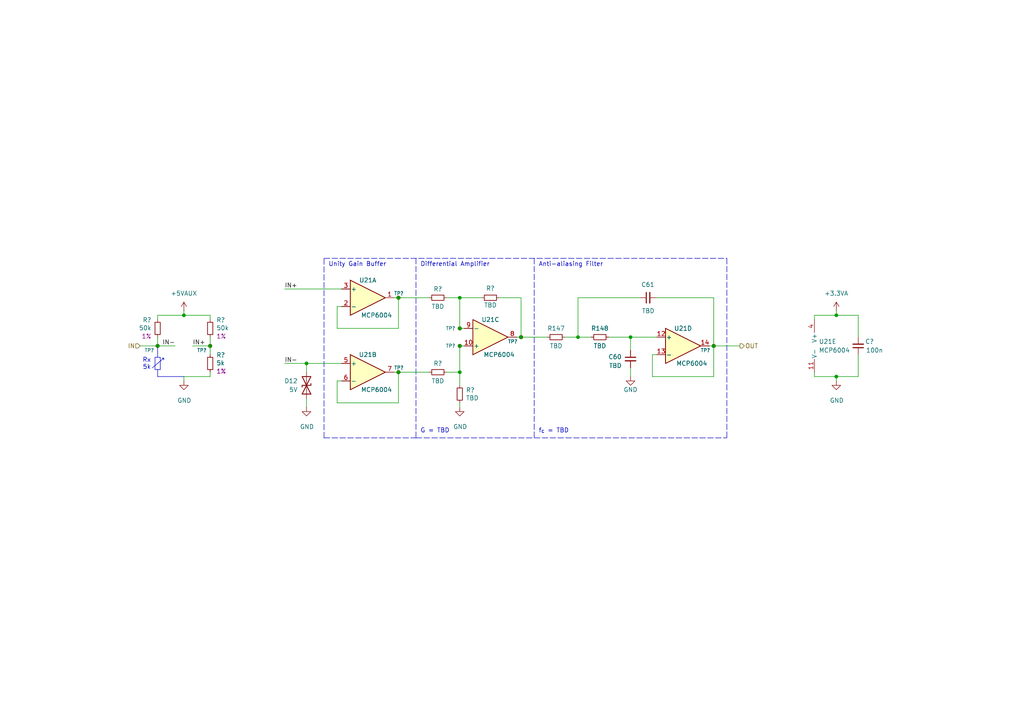
<source format=kicad_sch>
(kicad_sch (version 20230121) (generator eeschema)
  (paper "A4")
  (title_block (title "Suspension Potentiometer") (date "2023-07-01") (rev "${REVISION}") (company "Author: I. Kajdan") (comment 1 "Reviewer:"))
  (lib_symbols
    (symbol "Amplifier_Operational:MCP6004" (pin_names (offset 0.127))
      (property "Reference" "U" (at 0 5.08 0))
      (property "Value" "MCP6004" (at 0 -5.08 0))
      (symbol "MCP6004_1_1"
        (polyline (pts (xy -5.08 5.08) (xy 5.08 0) (xy -5.08 -5.08) (xy -5.08 5.08)) (stroke (width 0.254)) (fill (type background)))
        (pin output line (at 7.62 0 180) (length 2.54) (name "~") (number "1"))
        (pin input line (at -7.62 -2.54 0) (length 2.54) (name "-") (number "2"))
        (pin input line (at -7.62 2.54 0) (length 2.54) (name "+") (number "3"))
      )
      (symbol "MCP6004_2_1"
        (polyline (pts (xy -5.08 5.08) (xy 5.08 0) (xy -5.08 -5.08) (xy -5.08 5.08)) (stroke (width 0.254)) (fill (type background)))
        (pin input line (at -7.62 2.54 0) (length 2.54) (name "+") (number "5"))
        (pin input line (at -7.62 -2.54 0) (length 2.54) (name "-") (number "6"))
        (pin output line (at 7.62 0 180) (length 2.54) (name "~") (number "7"))
      )
      (symbol "MCP6004_3_1"
        (polyline (pts (xy -5.08 5.08) (xy 5.08 0) (xy -5.08 -5.08) (xy -5.08 5.08)) (stroke (width 0.254)) (fill (type background)))
        (pin input line (at -7.62 2.54 0) (length 2.54) (name "+") (number "10"))
        (pin output line (at 7.62 0 180) (length 2.54) (name "~") (number "8"))
        (pin input line (at -7.62 -2.54 0) (length 2.54) (name "-") (number "9"))
      )
      (symbol "MCP6004_4_1"
        (polyline (pts (xy -5.08 5.08) (xy 5.08 0) (xy -5.08 -5.08) (xy -5.08 5.08)) (stroke (width 0.254)) (fill (type background)))
        (pin input line (at -7.62 2.54 0) (length 2.54) (name "+") (number "12"))
        (pin input line (at -7.62 -2.54 0) (length 2.54) (name "-") (number "13"))
        (pin output line (at 7.62 0 180) (length 2.54) (name "~") (number "14"))
      )
      (symbol "MCP6004_5_1"
        (pin power_in line (at -2.54 -7.62 90) (length 3.81) (name "V-") (number "11"))
        (pin power_in line (at -2.54 7.62 270) (length 3.81) (name "V+") (number "4"))
      )
    )
    (symbol "Connector:TestPoint_Small" (pin_numbers hide) (pin_names (offset 0.762) hide)
      (property "Reference" "TP" (at 0 3.81 0))
      (property "Value" "TestPoint_Small" (at 0 2.032 0))
      (symbol "TestPoint_Small_0_1"
        (circle (center 0 0) (radius 0.508))
      )
      (symbol "TestPoint_Small_1_1"
        (pin passive line (at 0 0 90) (length 0) (name "1") (number "1"))
      )
    )
    (symbol "Device:C_Small" (pin_numbers hide) (pin_names (offset 0.254) hide)
      (property "Reference" "C" (at 0.254 1.778 0))
      (property "Value" "C_Small" (at 0.254 -2.032 0))
      (symbol "C_Small_0_1"
        (polyline (pts (xy -1.524 -0.508) (xy 1.524 -0.508)) (stroke (width 0.3302)))
        (polyline (pts (xy -1.524 0.508) (xy 1.524 0.508)) (stroke (width 0.3048)))
      )
      (symbol "C_Small_1_1"
        (pin passive line (at 0 2.54 270) (length 2.032) (name "~") (number "1"))
        (pin passive line (at 0 -2.54 90) (length 2.032) (name "~") (number "2"))
      )
    )
    (symbol "Device:D_TVS" (pin_numbers hide) (pin_names (offset 1.016) hide)
      (property "Reference" "D" (at 0 2.54 0))
      (property "Value" "D_TVS" (at 0 -2.54 0))
      (symbol "D_TVS_0_1"
        (polyline (pts (xy 1.27 0) (xy -1.27 0)))
        (polyline (pts (xy 0.508 1.27) (xy 0 1.27) (xy 0 -1.27) (xy -0.508 -1.27)) (stroke (width 0.254)))
        (polyline (pts (xy -2.54 1.27) (xy -2.54 -1.27) (xy 2.54 1.27) (xy 2.54 -1.27) (xy -2.54 1.27)) (stroke (width 0.254)))
      )
      (symbol "D_TVS_1_1"
        (pin passive line (at -3.81 0 0) (length 2.54) (name "A1") (number "1"))
        (pin passive line (at 3.81 0 180) (length 2.54) (name "A2") (number "2"))
      )
    )
    (symbol "Device:R_Small" (pin_numbers hide) (pin_names (offset 0.254) hide)
      (property "Reference" "R" (at 0.762 0.508 0))
      (property "Value" "R_Small" (at 0.762 -1.016 0))
      (symbol "R_Small_0_1"
        (rectangle (start -0.762 1.778) (end 0.762 -1.778) (stroke (width 0.2032)))
      )
      (symbol "R_Small_1_1"
        (pin passive line (at 0 2.54 270) (length 0.762) (name "~") (number "1"))
        (pin passive line (at 0 -2.54 90) (length 0.762) (name "~") (number "2"))
      )
    )
    (symbol "Power_Ports:+5VAUX" (power) (pin_names (offset 0))
      (property "Value" "+5VAUX" (at 0 3.81 0))
      (symbol "+5VAUX_0_1"
        (polyline (pts (xy -0.762 1.27) (xy 0 2.54)))
        (polyline (pts (xy 0 0) (xy 0 2.54)))
        (polyline (pts (xy 0 2.54) (xy 0.762 1.27)))
      )
      (symbol "+5VAUX_1_1"
        (pin power_in line (at 0 0 90) (length 0) hide (name "+5VAUX") (number "1"))
      )
    )
    (symbol "power:+3.3VA" (power) (pin_names (offset 0))
      (property "Value" "+3.3VA" (at 0 3.556 0))
      (symbol "+3.3VA_0_1"
        (polyline (pts (xy -0.762 1.27) (xy 0 2.54)))
        (polyline (pts (xy 0 0) (xy 0 2.54)))
        (polyline (pts (xy 0 2.54) (xy 0.762 1.27)))
      )
      (symbol "+3.3VA_1_1"
        (pin power_in line (at 0 0 90) (length 0) hide (name "+3.3VA") (number "1"))
      )
    )
    (symbol "power:GND" (power) (pin_names (offset 0))
      (property "Value" "GND" (at 0 -3.81 0))
      (symbol "GND_0_1"
        (polyline (pts (xy 0 0) (xy 0 -1.27) (xy 1.27 -1.27) (xy 0 -2.54) (xy -1.27 -1.27) (xy 0 -1.27)))
      )
      (symbol "GND_1_1"
        (pin power_in line (at 0 0 270) (length 0) hide (name "GND") (number "1"))
      )
    )
  )
  (junction (at 53.34 91.44))
  (junction (at 133.35 107.95))
  (junction (at 167.64 97.79))
  (junction (at 207.01 100.33))
  (junction (at 60.96 100.33))
  (junction (at 133.35 100.33))
  (junction (at 133.35 95.25))
  (junction (at 115.57 86.36))
  (junction (at 151.13 97.79))
  (junction (at 182.88 97.79))
  (junction (at 242.57 91.44))
  (junction (at 88.9 105.41))
  (junction (at 115.57 107.95))
  (junction (at 133.35 86.36))
  (junction (at 242.57 109.22))
  (junction (at 45.72 100.33))
  (wire (pts (xy 82.55 105.41) (xy 88.9 105.41)))
  (wire (pts (xy 133.35 100.33) (xy 133.35 107.95)))
  (wire (pts (xy 53.34 109.22) (xy 53.34 110.49)))
  (wire (pts (xy 133.35 116.84) (xy 133.35 118.11)))
  (polyline (pts (xy 46.99 103.886) (xy 47.498 103.886)))
  (wire (pts (xy 163.83 97.79) (xy 167.64 97.79)))
  (wire (pts (xy 242.57 110.49) (xy 242.57 109.22)))
  (wire (pts (xy 97.79 88.9) (xy 97.79 95.25)))
  (wire (pts (xy 88.9 105.41) (xy 88.9 107.95)))
  (wire (pts (xy 182.88 97.79) (xy 190.5 97.79)))
  (wire (pts (xy 189.23 109.22) (xy 207.01 109.22)))
  (wire (pts (xy 60.96 100.33) (xy 55.88 100.33)))
  (wire (pts (xy 133.35 86.36) (xy 139.7 86.36)))
  (polyline (pts (xy 44.958 103.632) (xy 44.958 107.188)))
  (wire (pts (xy 60.96 97.79) (xy 60.96 100.33)))
  (polyline (pts (xy 210.82 74.93) (xy 210.82 127)) (stroke (width 0) (type dash)))
  (wire (pts (xy 248.92 102.87) (xy 248.92 109.22)))
  (wire (pts (xy 60.96 91.44) (xy 60.96 92.71)))
  (wire (pts (xy 45.72 91.44) (xy 53.34 91.44)))
  (polyline (pts (xy 154.94 74.93) (xy 154.94 127)) (stroke (width 0) (type dash)))
  (wire (pts (xy 133.35 95.25) (xy 133.35 86.36)))
  (wire (pts (xy 40.64 100.33) (xy 45.72 100.33)))
  (wire (pts (xy 236.22 91.44) (xy 242.57 91.44)))
  (polyline (pts (xy 47.498 103.886) (xy 47.498 104.394)))
  (wire (pts (xy 97.79 110.49) (xy 97.79 116.84)))
  (polyline (pts (xy 45.72 107.188) (xy 45.72 109.22)))
  (wire (pts (xy 53.34 90.17) (xy 53.34 91.44)))
  (wire (pts (xy 129.54 107.95) (xy 133.35 107.95)))
  (wire (pts (xy 134.62 95.25) (xy 133.35 95.25)))
  (polyline (pts (xy 93.98 127) (xy 93.98 74.93)) (stroke (width 0) (type dash)))
  (polyline (pts (xy 93.98 127) (xy 120.65 127)) (stroke (width 0) (type dash)))
  (wire (pts (xy 242.57 90.17) (xy 242.57 91.44)))
  (wire (pts (xy 182.88 97.79) (xy 182.88 101.6)))
  (polyline (pts (xy 93.98 74.93) (xy 210.82 74.93)) (stroke (width 0) (type dash)))
  (wire (pts (xy 149.86 97.79) (xy 151.13 97.79)))
  (wire (pts (xy 134.62 100.33) (xy 133.35 100.33)))
  (wire (pts (xy 189.23 102.87) (xy 189.23 109.22)))
  (wire (pts (xy 115.57 107.95) (xy 124.46 107.95)))
  (wire (pts (xy 45.72 100.33) (xy 50.8 100.33)))
  (wire (pts (xy 242.57 109.22) (xy 248.92 109.22)))
  (wire (pts (xy 190.5 86.36) (xy 207.01 86.36)))
  (wire (pts (xy 144.78 86.36) (xy 151.13 86.36)))
  (wire (pts (xy 97.79 116.84) (xy 115.57 116.84)))
  (wire (pts (xy 176.53 97.79) (xy 182.88 97.79)))
  (wire (pts (xy 248.92 91.44) (xy 248.92 97.79)))
  (wire (pts (xy 53.34 91.44) (xy 60.96 91.44)))
  (wire (pts (xy 97.79 95.25) (xy 115.57 95.25)))
  (wire (pts (xy 167.64 97.79) (xy 171.45 97.79)))
  (wire (pts (xy 97.79 110.49) (xy 99.06 110.49)))
  (polyline (pts (xy 53.34 109.22) (xy 45.72 109.22)))
  (wire (pts (xy 207.01 86.36) (xy 207.01 100.33)))
  (wire (pts (xy 53.34 109.22) (xy 60.96 109.22)))
  (wire (pts (xy 207.01 100.33) (xy 214.63 100.33)))
  (wire (pts (xy 115.57 116.84) (xy 115.57 107.95)))
  (polyline (pts (xy 45.72 100.711) (xy 45.72 103.632)))
  (wire (pts (xy 167.64 86.36) (xy 185.42 86.36)))
  (wire (pts (xy 45.72 97.79) (xy 45.72 100.33)))
  (wire (pts (xy 60.96 107.95) (xy 60.96 109.22)))
  (wire (pts (xy 115.57 86.36) (xy 114.3 86.36)))
  (polyline (pts (xy 44.958 103.632) (xy 46.482 103.632)))
  (wire (pts (xy 207.01 100.33) (xy 205.74 100.33)))
  (wire (pts (xy 190.5 102.87) (xy 189.23 102.87)))
  (wire (pts (xy 88.9 118.11) (xy 88.9 115.57)))
  (polyline (pts (xy 46.482 103.632) (xy 46.482 107.188)))
  (wire (pts (xy 60.96 100.33) (xy 60.96 102.87)))
  (wire (pts (xy 242.57 91.44) (xy 248.92 91.44)))
  (wire (pts (xy 133.35 86.36) (xy 129.54 86.36)))
  (wire (pts (xy 236.22 92.71) (xy 236.22 91.44)))
  (wire (pts (xy 99.06 88.9) (xy 97.79 88.9)))
  (polyline (pts (xy 120.65 127) (xy 210.82 127)) (stroke (width 0) (type dash)))
  (wire (pts (xy 151.13 86.36) (xy 151.13 97.79)))
  (wire (pts (xy 151.13 97.79) (xy 158.75 97.79)))
  (wire (pts (xy 82.55 83.82) (xy 99.06 83.82)))
  (wire (pts (xy 236.22 107.95) (xy 236.22 109.22)))
  (wire (pts (xy 182.88 106.68) (xy 182.88 109.22)))
  (wire (pts (xy 45.72 91.44) (xy 45.72 92.71)))
  (wire (pts (xy 115.57 95.25) (xy 115.57 86.36)))
  (wire (pts (xy 124.46 86.36) (xy 115.57 86.36)))
  (wire (pts (xy 167.64 86.36) (xy 167.64 97.79)))
  (wire (pts (xy 115.57 107.95) (xy 114.3 107.95)))
  (polyline (pts (xy 120.65 74.93) (xy 120.65 127)) (stroke (width 0) (type dash)))
  (wire (pts (xy 88.9 105.41) (xy 99.06 105.41)))
  (wire (pts (xy 207.01 109.22) (xy 207.01 100.33)))
  (wire (pts (xy 236.22 109.22) (xy 242.57 109.22)))
  (wire (pts (xy 133.35 107.95) (xy 133.35 111.76)))
  (polyline (pts (xy 47.498 103.886) (xy 44.196 106.68)))
  (polyline (pts (xy 46.482 107.188) (xy 44.958 107.188)))
  (text "Rx\n5k" (at 43.815 107.315 0) (effects (font (size 1.27 1.27)) (justify right bottom)))
  (text "f_{c} = TBD" (at 156.21 125.73 0) (effects (font (size 1.27 1.27)) (justify left bottom)))
  (text "Differential Amplifier" (at 121.92 77.47 0) (effects (font (size 1.27 1.27)) (justify left bottom)))
  (text "Anti-aliasing Filter" (at 156.21 77.47 0) (effects (font (size 1.27 1.27)) (justify left bottom)))
  (text "Unity Gain Buffer" (at 95.25 77.47 0) (effects (font (size 1.27 1.27)) (justify left bottom)))
  (text "G = TBD" (at 121.92 125.73 0) (effects (font (size 1.27 1.27)) (justify left bottom)))
  (label "IN+" (at 82.55 83.82 0))
  (label "IN-" (at 50.8 100.33 180))
  (label "IN+" (at 55.88 100.33 0))
  (label "IN-" (at 82.55 105.41 0))
  (hierarchical_label "OUT" (shape output) (at 214.63 100.33 0))
  (hierarchical_label "IN" (shape input) (at 40.64 100.33 180))
  (symbol (lib_id "Power_Ports:+5VAUX") (at 53.34 90.17 0) (unit 1)
    (property "Reference" "#PWR042" (effects hide))
    (property "Value" "+5VAUX" (at 53.34 85.09 0))
    (instances (project "rearbox" (path "" (reference "#PWR042") (unit 1)) (path "" (reference "#PWR0183") (unit 1)) (path "" (reference "#PWR0190") (unit 1))))
  )
  (symbol (lib_id "Device:R_Small") (at 133.35 114.3 0) (unit 1)
    (property "Reference" "R?" (at 135.128 113.1316 0) (effects (justify left)))
    (property "Value" "TBD" (at 135.128 115.443 0) (effects (justify left)))
    (property "Footprint" "Resistor_SMD:R_0603_1608Metric" (effects hide))
    (instances (project "Traction_Control_System" (path "" (reference "R?") (unit 1)) (path "" (reference "R?") (unit 1)) (path "" (reference "R?") (unit 1)) (path "" (reference "R?") (unit 1)) (path "" (reference "R?") (unit 1)) (path "" (reference "R?") (unit 1))) (project "rearbox" (path "" (reference "R?") (unit 1)) (path "" (reference "R145") (unit 1)) (path "" (reference "R154") (unit 1))))
  )
  (symbol (lib_id "Connector:TestPoint_Small") (at 207.01 100.33 0) (mirror x) (unit 1)
    (property "Reference" "TP?" (at 203.2 101.6 0) (effects (font (size 1 1)) (justify left)))
    (property "Value" "TestPoint_Small" (effects hide))
    (property "Footprint" "TestPoint:TestPoint_Pad_D1.0mm" (effects hide))
    (instances (project "rearbox" (path "" (reference "TP?") (unit 1)) (path "" (reference "TP3") (unit 1)) (path "" (reference "TP1") (unit 1)) (path "" (reference "TP83") (unit 1)) (path "" (reference "TP91") (unit 1))))
  )
  (symbol (lib_id "Device:R_Small") (at 142.24 86.36 270) (unit 1)
    (property "Reference" "R?" (at 142.24 83.6422 90))
    (property "Value" "TBD" (at 142.24 88.4936 90))
    (property "Footprint" "Resistor_SMD:R_0603_1608Metric" (effects hide))
    (instances (project "Traction_Control_System" (path "" (reference "R?") (unit 1)) (path "" (reference "R?") (unit 1)) (path "" (reference "R?") (unit 1)) (path "" (reference "R?") (unit 1)) (path "" (reference "R?") (unit 1)) (path "" (reference "R?") (unit 1))) (project "rearbox" (path "" (reference "R?") (unit 1)) (path "" (reference "R146") (unit 1)) (path "" (reference "R155") (unit 1))))
  )
  (symbol (lib_id "Connector:TestPoint_Small") (at 60.96 100.33 0) (unit 1)
    (property "Reference" "TP?" (at 57.15 101.6 0) (effects (font (size 1 1)) (justify left)))
    (property "Value" "TestPoint_Small" (effects hide))
    (property "Footprint" "TestPoint:TestPoint_Pad_D1.0mm" (effects hide))
    (instances (project "rearbox" (path "" (reference "TP?") (unit 1)) (path "" (reference "TP3") (unit 1)) (path "" (reference "TP1") (unit 1)) (path "" (reference "TP77") (unit 1)) (path "" (reference "TP85") (unit 1))))
  )
  (symbol (lib_id "Connector:TestPoint_Small") (at 115.57 107.95 0) (unit 1)
    (property "Reference" "TP?" (at 114.3 106.68 0) (effects (font (size 1 1)) (justify left)))
    (property "Value" "TestPoint_Small" (effects hide))
    (property "Footprint" "TestPoint:TestPoint_Pad_D1.0mm" (effects hide))
    (instances (project "rearbox" (path "" (reference "TP?") (unit 1)) (path "" (reference "TP3") (unit 1)) (path "" (reference "TP1") (unit 1)) (path "" (reference "TP79") (unit 1)) (path "" (reference "TP87") (unit 1))))
  )
  (symbol (lib_id "power:GND") (at 242.57 110.49 0) (unit 1)
    (property "Reference" "#PWR?" (effects hide))
    (property "Value" "GND" (at 242.697 116.1542 0))
    (instances (project "Traction_Control_System" (path "" (reference "#PWR?") (unit 1)) (path "" (reference "#PWR?") (unit 1)) (path "" (reference "#PWR?") (unit 1)) (path "" (reference "#PWR?") (unit 1)) (path "" (reference "#PWR?") (unit 1)) (path "" (reference "#PWR?") (unit 1))) (project "rearbox" (path "" (reference "#PWR?") (unit 1)) (path "" (reference "#PWR0189") (unit 1)) (path "" (reference "#PWR0196") (unit 1))))
  )
  (symbol (lib_id "power:GND") (at 88.9 118.11 0) (unit 1)
    (property "Reference" "#PWR?" (effects hide))
    (property "Value" "GND" (at 89.027 123.7742 0))
    (instances (project "rearbox" (path "" (reference "#PWR?") (unit 1)) (path "" (reference "#PWR?") (unit 1)) (path "" (reference "#PWR0173") (unit 1)) (path "" (reference "#PWR0191") (unit 1)) (path "" (reference "#PWR0185") (unit 1)) (path "" (reference "#PWR0192") (unit 1))) (project "apps" (path "" (reference "#PWR?") (unit 1))))
  )
  (symbol (lib_id "Device:R_Small") (at 161.29 97.79 90) (unit 1)
    (property "Reference" "R147" (at 161.29 95.25 90))
    (property "Value" "TBD" (at 161.29 100.33 90))
    (property "Footprint" "Resistor_SMD:R_0603_1608Metric" (effects hide))
    (instances (project "rearbox" (path "" (reference "R147") (unit 1)) (path "" (reference "R156") (unit 1))) (project "apps" (path "" (reference "R19") (unit 1))))
  )
  (symbol (lib_id "Connector:TestPoint_Small") (at 45.72 100.33 0) (unit 1)
    (property "Reference" "TP?" (at 41.91 101.6 0) (effects (font (size 1 1)) (justify left)))
    (property "Value" "TestPoint_Small" (effects hide))
    (property "Footprint" "TestPoint:TestPoint_Pad_D1.0mm" (effects hide))
    (instances (project "rearbox" (path "" (reference "TP?") (unit 1)) (path "" (reference "TP3") (unit 1)) (path "" (reference "TP1") (unit 1)) (path "" (reference "TP76") (unit 1)) (path "" (reference "TP84") (unit 1))))
  )
  (symbol (lib_id "Device:R_Small") (at 127 86.36 270) (unit 1)
    (property "Reference" "R?" (at 127 83.82 90))
    (property "Value" "TBD" (at 127 88.9 90))
    (property "Footprint" "Resistor_SMD:R_0603_1608Metric" (effects hide))
    (instances (project "Traction_Control_System" (path "" (reference "R?") (unit 1)) (path "" (reference "R?") (unit 1)) (path "" (reference "R?") (unit 1)) (path "" (reference "R?") (unit 1)) (path "" (reference "R?") (unit 1)) (path "" (reference "R?") (unit 1))) (project "rearbox" (path "" (reference "R?") (unit 1)) (path "" (reference "R143") (unit 1)) (path "" (reference "R152") (unit 1))))
  )
  (symbol (lib_id "Device:R_Small") (at 173.99 97.79 90) (unit 1)
    (property "Reference" "R148" (at 173.99 95.25 90))
    (property "Value" "TBD" (at 173.99 100.33 90))
    (property "Footprint" "Resistor_SMD:R_0603_1608Metric" (effects hide))
    (instances (project "rearbox" (path "" (reference "R148") (unit 1)) (path "" (reference "R157") (unit 1))) (project "apps" (path "" (reference "R21") (unit 1))))
  )
  (symbol (lib_id "Device:C_Small") (at 248.92 100.33 180) (unit 1)
    (property "Reference" "C?" (at 250.9266 99.06 0) (effects (justify right)))
    (property "Value" "100n" (at 251.1552 101.6 0) (effects (justify right)))
    (property "Footprint" "Capacitor_SMD:C_0603_1608Metric" (effects hide))
    (instances (project "Traction_Control_System" (path "" (reference "C?") (unit 1)) (path "" (reference "C?") (unit 1))) (project "rearbox" (path "" (reference "C?") (unit 1)) (path "" (reference "C62") (unit 1)) (path "" (reference "C65") (unit 1))))
  )
  (symbol (lib_id "Device:R_Small") (at 60.96 95.25 0) (unit 1)
    (property "Reference" "R?" (at 62.738 92.8116 0) (effects (justify left)))
    (property "Value" "50k" (at 62.738 95.123 0) (effects (justify left)))
    (property "Footprint" "Resistor_SMD:R_0603_1608Metric" (effects hide))
    (property "Tolerance" "1%" (at 62.738 97.536 0) (effects (justify left)))
    (instances (project "Traction_Control_System" (path "" (reference "R?") (unit 1)) (path "" (reference "R?") (unit 1)) (path "" (reference "R?") (unit 1)) (path "" (reference "R?") (unit 1)) (path "" (reference "R?") (unit 1)) (path "" (reference "R?") (unit 1))) (project "rearbox" (path "" (reference "R?") (unit 1)) (path "" (reference "R141") (unit 1)) (path "" (reference "R150") (unit 1))))
  )
  (symbol (lib_id "Device:R_Small") (at 127 107.95 270) (mirror x) (unit 1)
    (property "Reference" "R?" (at 127 105.41 90))
    (property "Value" "TBD" (at 127 110.49 90))
    (property "Footprint" "Resistor_SMD:R_0603_1608Metric" (effects hide))
    (instances (project "Traction_Control_System" (path "" (reference "R?") (unit 1)) (path "" (reference "R?") (unit 1)) (path "" (reference "R?") (unit 1)) (path "" (reference "R?") (unit 1)) (path "" (reference "R?") (unit 1)) (path "" (reference "R?") (unit 1))) (project "rearbox" (path "" (reference "R?") (unit 1)) (path "" (reference "R144") (unit 1)) (path "" (reference "R153") (unit 1))))
  )
  (symbol (lib_id "Connector:TestPoint_Small") (at 133.35 100.33 90) (unit 1)
    (property "Reference" "TP?" (at 132.08 100.33 90) (effects (font (size 1 1)) (justify left)))
    (property "Value" "TestPoint_Small" (effects hide))
    (property "Footprint" "TestPoint:TestPoint_Pad_D1.0mm" (effects hide))
    (instances (project "rearbox" (path "" (reference "TP?") (unit 1)) (path "" (reference "TP3") (unit 1)) (path "" (reference "TP1") (unit 1)) (path "" (reference "TP81") (unit 1)) (path "" (reference "TP89") (unit 1))))
  )
  (symbol (lib_id "Connector:TestPoint_Small") (at 151.13 97.79 0) (mirror x) (unit 1)
    (property "Reference" "TP?" (at 147.32 99.06 0) (effects (font (size 1 1)) (justify left)))
    (property "Value" "TestPoint_Small" (effects hide))
    (property "Footprint" "TestPoint:TestPoint_Pad_D1.0mm" (effects hide))
    (instances (project "rearbox" (path "" (reference "TP?") (unit 1)) (path "" (reference "TP3") (unit 1)) (path "" (reference "TP1") (unit 1)) (path "" (reference "TP82") (unit 1)) (path "" (reference "TP90") (unit 1))))
  )
  (symbol (lib_id "Amplifier_Operational:MCP6004") (at 106.68 86.36 0) (unit 1)
    (property "Reference" "U21" (at 106.68 81.28 0))
    (property "Value" "MCP6004" (at 109.22 91.44 0))
    (property "Datasheet" "http://ww1.microchip.com/downloads/en/DeviceDoc/21733j.pdf" (effects hide))
    (instances (project "rearbox" (path "" (reference "U21") (unit 1)) (path "" (reference "U22") (unit 1))))
  )
  (symbol (lib_id "power:GND") (at 53.34 110.49 0) (unit 1)
    (property "Reference" "#PWR?" (effects hide))
    (property "Value" "GND" (at 53.467 116.1542 0))
    (instances (project "Traction_Control_System" (path "" (reference "#PWR?") (unit 1)) (path "" (reference "#PWR?") (unit 1)) (path "" (reference "#PWR?") (unit 1)) (path "" (reference "#PWR?") (unit 1)) (path "" (reference "#PWR?") (unit 1)) (path "" (reference "#PWR?") (unit 1))) (project "rearbox" (path "" (reference "#PWR?") (unit 1)) (path "" (reference "#PWR0184") (unit 1)) (path "" (reference "#PWR0191") (unit 1))))
  )
  (symbol (lib_id "power:+3.3VA") (at 242.57 90.17 0) (unit 1)
    (property "Reference" "#PWR046" (effects hide))
    (property "Value" "+3.3VA" (at 242.57 85.09 0))
    (instances (project "rearbox" (path "" (reference "#PWR046") (unit 1)) (path "" (reference "#PWR?") (unit 1)) (path "" (reference "#PWR0188") (unit 1)) (path "" (reference "#PWR0195") (unit 1))))
  )
  (symbol (lib_id "Connector:TestPoint_Small") (at 133.35 95.25 180) (unit 1)
    (property "Reference" "TP?" (at 132.08 95.25 0) (effects (font (size 1 1)) (justify left)))
    (property "Value" "TestPoint_Small" (effects hide))
    (property "Footprint" "TestPoint:TestPoint_Pad_D1.0mm" (effects hide))
    (instances (project "rearbox" (path "" (reference "TP?") (unit 1)) (path "" (reference "TP3") (unit 1)) (path "" (reference "TP1") (unit 1)) (path "" (reference "TP80") (unit 1)) (path "" (reference "TP88") (unit 1))))
  )
  (symbol (lib_id "Device:R_Small") (at 60.96 105.41 0) (unit 1)
    (property "Reference" "R?" (at 62.738 102.9716 0) (effects (justify left)))
    (property "Value" "5k" (at 62.738 105.283 0) (effects (justify left)))
    (property "Footprint" "Resistor_SMD:R_0603_1608Metric" (effects hide))
    (property "Tolerance" "1%" (at 62.738 107.696 0) (effects (justify left)))
    (instances (project "Traction_Control_System" (path "" (reference "R?") (unit 1)) (path "" (reference "R?") (unit 1)) (path "" (reference "R?") (unit 1)) (path "" (reference "R?") (unit 1)) (path "" (reference "R?") (unit 1)) (path "" (reference "R?") (unit 1))) (project "rearbox" (path "" (reference "R?") (unit 1)) (path "" (reference "R142") (unit 1)) (path "" (reference "R151") (unit 1))))
  )
  (symbol (lib_id "Device:D_TVS") (at 88.9 111.76 270) (mirror x) (unit 1)
    (property "Reference" "D12" (at 86.36 110.49 90) (effects (justify right)))
    (property "Value" "5V" (at 86.36 113.03 90) (effects (justify right)))
    (instances (project "rearbox" (path "" (reference "D12") (unit 1)) (path "" (reference "D14") (unit 1)) (path "" (reference "D17") (unit 1)) (path "" (reference "D18") (unit 1))))
  )
  (symbol (lib_id "power:GND") (at 182.88 109.22 0) (unit 1)
    (property "Reference" "#PWR0187" (effects hide))
    (property "Value" "GND" (at 182.88 113.03 0))
    (instances (project "rearbox" (path "" (reference "#PWR0187") (unit 1)) (path "" (reference "#PWR0194") (unit 1))) (project "apps" (path "" (reference "#PWR026") (unit 1))))
  )
  (symbol (lib_id "Device:C_Small") (at 182.88 104.14 0) (mirror y) (unit 1)
    (property "Reference" "C60" (at 180.34 103.5113 0) (effects (justify left)))
    (property "Value" "TBD" (at 180.34 106.0513 0) (effects (justify left)))
    (property "Footprint" "Capacitor_SMD:C_0603_1608Metric" (effects hide))
    (instances (project "rearbox" (path "" (reference "C60") (unit 1)) (path "" (reference "C63") (unit 1))) (project "apps" (path "" (reference "C17") (unit 1))))
  )
  (symbol (lib_id "Connector:TestPoint_Small") (at 115.57 86.36 0) (unit 1)
    (property "Reference" "TP?" (at 114.3 85.09 0) (effects (font (size 1 1)) (justify left)))
    (property "Value" "TestPoint_Small" (effects hide))
    (property "Footprint" "TestPoint:TestPoint_Pad_D1.0mm" (effects hide))
    (instances (project "rearbox" (path "" (reference "TP?") (unit 1)) (path "" (reference "TP3") (unit 1)) (path "" (reference "TP1") (unit 1)) (path "" (reference "TP78") (unit 1)) (path "" (reference "TP86") (unit 1))))
  )
  (symbol (lib_id "Amplifier_Operational:MCP6004") (at 198.12 100.33 0) (unit 4)
    (property "Reference" "U21" (at 198.12 95.25 0))
    (property "Value" "MCP6004" (at 200.66 105.41 0))
    (property "Datasheet" "http://ww1.microchip.com/downloads/en/DeviceDoc/21733j.pdf" (effects hide))
    (instances (project "rearbox" (path "" (reference "U21") (unit 4)) (path "" (reference "U22") (unit 4))))
  )
  (symbol (lib_id "Amplifier_Operational:MCP6004") (at 142.24 97.79 0) (mirror x) (unit 3)
    (property "Reference" "U21" (at 142.24 92.71 0))
    (property "Value" "MCP6004" (at 144.78 102.87 0))
    (property "Datasheet" "http://ww1.microchip.com/downloads/en/DeviceDoc/21733j.pdf" (effects hide))
    (instances (project "rearbox" (path "" (reference "U21") (unit 3)) (path "" (reference "U22") (unit 3))))
  )
  (symbol (lib_id "Amplifier_Operational:MCP6004") (at 106.68 107.95 0) (unit 2)
    (property "Reference" "U21" (at 106.68 102.87 0))
    (property "Value" "MCP6004" (at 109.22 113.03 0))
    (property "Datasheet" "http://ww1.microchip.com/downloads/en/DeviceDoc/21733j.pdf" (effects hide))
    (instances (project "rearbox" (path "" (reference "U21") (unit 2)) (path "" (reference "U22") (unit 2))))
  )
  (symbol (lib_id "Device:C_Small") (at 187.96 86.36 90) (unit 1)
    (property "Reference" "C61" (at 189.8713 82.55 90) (effects (justify left)))
    (property "Value" "TBD" (at 189.8713 90.17 90) (effects (justify left)))
    (property "Footprint" "Capacitor_SMD:C_0603_1608Metric" (effects hide))
    (instances (project "rearbox" (path "" (reference "C61") (unit 1)) (path "" (reference "C64") (unit 1))) (project "apps" (path "" (reference "C19") (unit 1))))
  )
  (symbol (lib_id "Device:R_Small") (at 45.72 95.25 0) (mirror y) (unit 1)
    (property "Reference" "R?" (at 43.942 92.8116 0) (effects (justify left)))
    (property "Value" "50k" (at 43.942 95.123 0) (effects (justify left)))
    (property "Footprint" "Resistor_SMD:R_0603_1608Metric" (effects hide))
    (property "Tolerance" "1%" (at 43.942 97.536 0) (effects (justify left)))
    (instances (project "Traction_Control_System" (path "" (reference "R?") (unit 1)) (path "" (reference "R?") (unit 1)) (path "" (reference "R?") (unit 1)) (path "" (reference "R?") (unit 1)) (path "" (reference "R?") (unit 1)) (path "" (reference "R?") (unit 1))) (project "rearbox" (path "" (reference "R?") (unit 1)) (path "" (reference "R140") (unit 1)) (path "" (reference "R149") (unit 1))))
  )
  (symbol (lib_id "power:GND") (at 133.35 118.11 0) (unit 1)
    (property "Reference" "#PWR?" (effects hide))
    (property "Value" "GND" (at 133.477 123.7742 0))
    (instances (project "Traction_Control_System" (path "" (reference "#PWR?") (unit 1)) (path "" (reference "#PWR?") (unit 1)) (path "" (reference "#PWR?") (unit 1)) (path "" (reference "#PWR?") (unit 1)) (path "" (reference "#PWR?") (unit 1)) (path "" (reference "#PWR?") (unit 1))) (project "rearbox" (path "" (reference "#PWR?") (unit 1)) (path "" (reference "#PWR0186") (unit 1)) (path "" (reference "#PWR0193") (unit 1))))
  )
  (symbol (lib_id "Amplifier_Operational:MCP6004") (at 238.76 100.33 0) (unit 5)
    (property "Reference" "U21" (at 237.49 99.06 0) (effects (justify left)))
    (property "Value" "MCP6004" (at 237.49 101.6 0) (effects (justify left)))
    (property "Datasheet" "http://ww1.microchip.com/downloads/en/DeviceDoc/21733j.pdf" (effects hide))
    (instances (project "rearbox" (path "" (reference "U21") (unit 5)) (path "" (reference "U22") (unit 5))))
  )
)
</source>
